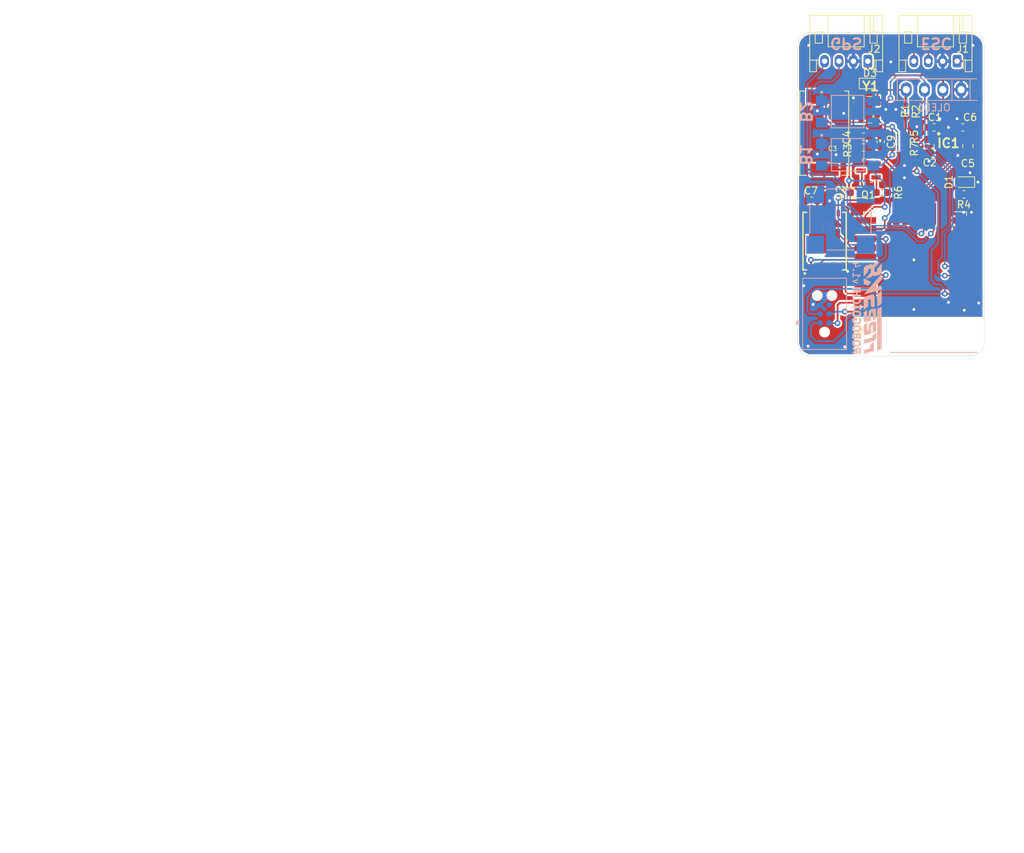
<source format=kicad_pcb>
(kicad_pcb (version 20171130) (host pcbnew "(5.1.5)-3")
  (layers (0 F.Cu signal) (31 B.Cu signal) (34 B.Paste user) (35 F.Paste user) (36 B.SilkS user) (37 F.SilkS user) (38 B.Mask user) (39 F.Mask user) (44 Edge.Cuts user))
  (net 0 "")
  (net 1 GND)
  (net 2 +3V3)
  (net 3 "Net-(D1-Pad2)")
  (net 4 /SDA)
  (net 5 /SCL)
  (net 6 /P0.09)
  (net 7 +5V)
  (net 8 /VBACKUP)
  (net 9 /GPS-TX)
  (net 10 /GPS-RX)
  (net 11 /RST)
  (net 12 /SWCLK)
  (net 13 /SWDIO)
  (net 14 /P0.10)
  (net 15 /P0.20)
  (net 16 /P0.19)
  (net 17 /P0.23)
  (net 18 /P0.17)
  (net 19 /P0.22)
  (net 20 /P0.21)
  (net 21 "Net-(C3-Pad1)")
  (net 22 "Net-(D2-Pad2)")
  (net 23 /ESC-TX)
  (net 24 /ESC-RX)
  (net 25 /P0.08)
  (net 26 "Net-(Q1-Pad2)")
  (net 27 /P0.05)
  (net 28 "Net-(D3-Pad1)")
  (module Freesk8-receiver:SOT-23-3-R (layer F.Cu) (at 135.8 100.3 180)
    (fp_text reference Q1 (at 0.025 -3.375) (layer F.SilkS))
    (fp_text value 2SD1484KT146R)
    (pad 1 smd rect (at -1.05 0.95 180) (size 1.3 0.6) (layers F.Cu F.Paste F.Mask) (net 1 GND))
    (pad 2 smd rect (at -1.05 -0.95 180) (size 1.3 0.6) (layers F.Cu F.Paste F.Mask) (net 26 "Net-(Q1-Pad2)"))
    (pad 3 smd rect (at 1.05 0 180) (size 1.3 0.6) (layers F.Cu F.Paste F.Mask) (net 22 "Net-(D2-Pad2)"))
  )
  (module Freesk8-receiver:FreeSK8-Logo-14x3.5mm (layer B.Cu) (at 136.5 119.4 90)
    (fp_text reference G*** hide)
    (fp_text value LOGO hide)
  )
  (module Freesk8-receiver:OLED-0.9 (layer B.Cu) (at 144.85 89.05 180)
    (fp_text reference OLED1 (at 0 -2.5 180) (layer B.SilkS) (effects (justify mirror)))
    (fp_text value OLED-0.91)
    (pad 4 thru_hole oval (at 3.81 0 180) (size 1.5 2) (drill 1) (layers *.Cu *.Mask) (net 4 /SDA))
    (pad 3 thru_hole oval (at 1.27 0 180) (size 1.5 2) (drill 1) (layers *.Cu *.Mask) (net 5 /SCL))
    (pad 2 thru_hole oval (at -1.27 0 180) (size 1.5 2) (drill 1) (layers *.Cu *.Mask) (net 2 +3V3))
    (pad 1 thru_hole oval (at -3.81 0 180) (size 1.5 2) (drill 1) (layers *.Cu *.Mask) (net 1 GND))
  )
  (module Capacitor_SMD:C_0603_1608Metric (layer F.Cu) (at 127.9 104.5)
    (fp_text reference C7 (at -0.1 -1.4) (layer F.SilkS))
    (fp_text value 0.1uF)
    (pad 2 smd roundrect (at 0.7875 0) (size 0.875 0.95) (layers F.Cu F.Paste F.Mask) (net 1 GND))
    (pad 1 smd roundrect (at -0.7875 0) (size 0.875 0.95) (layers F.Cu F.Paste F.Mask) (net 2 +3V3))
  )
  (module TC2030-CTX:TAG_TC2030-IDC-NL (layer B.Cu) (at 129.7 120.2 90)
    (fp_text reference J3 (at -1.908485 4.453145 270) (layer B.SilkS) (effects (font (size 1.001835 1.001835) (thickness 0.015)) (justify mirror)))
    (fp_text value TC2030-CTX)
    (pad 6 smd circle (at 1.27 0.635 90) (size 0.787 0.787) (layers B.Cu B.Mask))
    (pad 5 smd circle (at 1.27 -0.635 90) (size 0.787 0.787) (layers B.Cu B.Mask) (net 1 GND))
    (pad 4 smd circle (at 0 0.635 90) (size 0.787 0.787) (layers B.Cu B.Mask) (net 12 /SWCLK))
    (pad 3 smd circle (at 0 -0.635 90) (size 0.787 0.787) (layers B.Cu B.Mask) (net 11 /RST))
    (pad 2 smd circle (at -1.27 0.635 90) (size 0.787 0.787) (layers B.Cu B.Mask) (net 13 /SWDIO))
    (pad 1 smd circle (at -1.27 -0.635 90) (size 0.787 0.787) (layers B.Cu B.Mask) (net 2 +3V3))
    (pad None np_thru_hole circle (at 2.54 -1.016 90) (size 0.991 0.991) (drill 0.991) (layers *.Cu *.Mask))
    (pad None np_thru_hole circle (at 2.54 1.016 90) (size 0.991 0.991) (drill 0.991) (layers *.Cu *.Mask))
    (pad None np_thru_hole circle (at -2.54 0 90) (size 0.991 0.991) (drill 0.991) (layers *.Cu *.Mask))
  )
  (module TL3305AF260QG:SW_TL3305AF260QG (layer B.Cu) (at 132.9 98.1 270)
    (fp_text reference S2 (at -0.025 -0.175 90) (layer B.SilkS) (effects (font (size 0.8 0.8) (thickness 0.015)) (justify mirror)))
    (fp_text value TL3315NF160Q)
    (pad 4 smd rect (at 1.5 -3.6 270) (size 1.4 1.6) (layers B.Cu B.Paste B.Mask) (net 6 /P0.09))
    (pad 3 smd rect (at 1.5 3.6 270) (size 1.4 1.6) (layers B.Cu B.Paste B.Mask) (net 6 /P0.09))
    (pad 2 smd rect (at -1.5 -3.6 270) (size 1.4 1.6) (layers B.Cu B.Paste B.Mask) (net 1 GND))
    (pad 1 smd rect (at -1.5 3.6 270) (size 1.4 1.6) (layers B.Cu B.Paste B.Mask) (net 1 GND))
  )
  (module DSK-3R3H224U-HL:CAP_DSK-3R3H224U-HL (layer F.Cu) (at 129.65 95.1)
    (fp_text reference C3 (at 1.15 2.15) (layer F.SilkS) (effects (font (size 0.641479 0.641479) (thickness 0.1))))
    (fp_text value DSK-3R3H224U-HL)
    (fp_text user + (at 4.17451 -4.37661) (layer F.SilkS) (effects (font (size 1.007717 1.007717) (thickness 0.015))))
    (pad 2 smd rect (at 0 5.075) (size 4 1.7) (layers F.Cu F.Paste F.Mask) (net 1 GND))
    (pad 1 smd rect (at 0 -5.075) (size 5 2) (layers F.Cu F.Paste F.Mask) (net 21 "Net-(C3-Pad1)"))
  )
  (module Capacitor_SMD:C_0603_1608Metric (layer F.Cu) (at 137.5 96.3 270)
    (fp_text reference C9 (at 0 -1.43 90) (layer F.SilkS))
    (fp_text value 0.1uF)
    (pad 2 smd roundrect (at 0.7875 0 270) (size 0.875 0.95) (layers F.Cu F.Paste F.Mask) (net 1 GND))
    (pad 1 smd roundrect (at -0.7875 0 270) (size 0.875 0.95) (layers F.Cu F.Paste F.Mask) (net 2 +3V3))
  )
  (module SamacSys_Parts:ABRTCMC32768kHzEOZ9S3DBT (layer F.Cu) (at 135.9 91.85 90)
    (fp_text reference Y1 (at 3.25 0.2 180) (layer F.SilkS) (effects (font (size 1.27 1.27) (thickness 0.254))))
    (fp_text value RV-3129-C3 hide)
    (pad 10 smd rect (at -1.6 -1.1 90) (size 0.5 0.8) (layers F.Cu F.Paste F.Mask))
    (pad 9 smd rect (at -0.8 -1.1 90) (size 0.5 0.8) (layers F.Cu F.Paste F.Mask) (net 8 /VBACKUP))
    (pad 8 smd rect (at 0 -1.1 90) (size 0.5 0.8) (layers F.Cu F.Paste F.Mask))
    (pad 7 smd rect (at 0.8 -1.1 90) (size 0.5 0.8) (layers F.Cu F.Paste F.Mask))
    (pad 6 smd rect (at 1.6 -1.1 90) (size 0.5 0.8) (layers F.Cu F.Paste F.Mask) (net 1 GND))
    (pad 5 smd rect (at 1.6 1.1 90) (size 0.5 0.8) (layers F.Cu F.Paste F.Mask) (net 4 /SDA))
    (pad 4 smd rect (at 0.8 1.1 90) (size 0.5 0.8) (layers F.Cu F.Paste F.Mask) (net 5 /SCL))
    (pad 3 smd rect (at 0 1.1 90) (size 0.5 0.8) (layers F.Cu F.Paste F.Mask))
    (pad 2 smd rect (at -0.8 1.1 90) (size 0.5 0.8) (layers F.Cu F.Paste F.Mask) (net 2 +3V3))
    (pad 1 smd rect (at -1.6 1.1 90) (size 0.5 0.8) (layers F.Cu F.Paste F.Mask))
  )
  (module Connector_JST:JST_PH_S4B-PH-K_1x04_P2.00mm_Horizontal (layer F.Cu) (at 135.7 85.1 180)
    (fp_text reference J2 (at -0.9 1.7) (layer F.SilkS))
    (fp_text value S4B-PH-K-SLFSN)
    (pad 4 thru_hole oval (at 6 0 180) (size 1.2 1.75) (drill 0.75) (layers *.Cu *.Mask) (net 9 /GPS-TX))
    (pad 3 thru_hole oval (at 4 0 180) (size 1.2 1.75) (drill 0.75) (layers *.Cu *.Mask) (net 10 /GPS-RX))
    (pad 2 thru_hole oval (at 2 0 180) (size 1.2 1.75) (drill 0.75) (layers *.Cu *.Mask) (net 1 GND))
    (pad 1 thru_hole roundrect (at 0 0 180) (size 1.2 1.75) (drill 0.75) (layers *.Cu *.Mask) (roundrect_rratio 0.208333) (net 28 "Net-(D3-Pad1)"))
  )
  (module Connector_JST:JST_PH_S4B-PH-K_1x04_P2.00mm_Horizontal (layer F.Cu) (at 148.1 85.1 180)
    (fp_text reference J1 (at -0.8 1.7) (layer F.SilkS))
    (fp_text value S4B-PH-K-SLFSN)
    (pad 4 thru_hole oval (at 6 0 180) (size 1.2 1.75) (drill 0.75) (layers *.Cu *.Mask) (net 23 /ESC-TX))
    (pad 3 thru_hole oval (at 4 0 180) (size 1.2 1.75) (drill 0.75) (layers *.Cu *.Mask) (net 24 /ESC-RX))
    (pad 2 thru_hole oval (at 2 0 180) (size 1.2 1.75) (drill 0.75) (layers *.Cu *.Mask) (net 1 GND))
    (pad 1 thru_hole roundrect (at 0 0 180) (size 1.2 1.75) (drill 0.75) (layers *.Cu *.Mask) (roundrect_rratio 0.208333) (net 7 +5V))
  )
  (module Capacitor_SMD:C_0805_2012Metric (layer F.Cu) (at 149.6 96.9 270)
    (fp_text reference C5 (at 2.4 0 180) (layer F.SilkS))
    (fp_text value 10uF)
    (pad 2 smd roundrect (at 0.9375 0 270) (size 0.975 1.4) (layers F.Cu F.Paste F.Mask) (net 1 GND))
    (pad 1 smd roundrect (at -0.9375 0 270) (size 0.975 1.4) (layers F.Cu F.Paste F.Mask) (net 7 +5V))
  )
  (module Capacitor_SMD:C_0805_2012Metric (layer F.Cu) (at 144.2 96.9 270)
    (fp_text reference C2 (at 2.3 -0.1 180) (layer F.SilkS))
    (fp_text value 10uF)
    (pad 2 smd roundrect (at 0.9375 0 270) (size 0.975 1.4) (layers F.Cu F.Paste F.Mask) (net 1 GND))
    (pad 1 smd roundrect (at -0.9375 0 270) (size 0.975 1.4) (layers F.Cu F.Paste F.Mask) (net 2 +3V3))
  )
  (module Capacitor_SMD:C_0603_1608Metric (layer F.Cu) (at 135.1 95.6 180)
    (fp_text reference C4 (at 2.3 -0.1 90) (layer F.SilkS))
    (fp_text value 10000pF)
    (pad 2 smd roundrect (at 0.7875 0 180) (size 0.875 0.95) (layers F.Cu F.Paste F.Mask) (net 1 GND))
    (pad 1 smd roundrect (at -0.7875 0 180) (size 0.875 0.95) (layers F.Cu F.Paste F.Mask) (net 8 /VBACKUP))
  )
  (module CMT-8503-90-SMT-TR:XDCR_CMT-8503-90-SMT-TR (layer B.Cu) (at 131.9 107.1 180)
    (fp_text reference LS1 (at 1.5 -0.9) (layer B.SilkS) (effects (font (thickness 0.015)) (justify mirror)))
    (fp_text value CMT-8503-90-SMT-TR)
    (pad N smd rect (at -3.5 -3.5 180) (size 2.5 2.5) (layers B.Cu B.Paste B.Mask) (net 22 "Net-(D2-Pad2)"))
    (pad 2 smd rect (at 3.5 -3.5 180) (size 2.5 2.5) (layers B.Cu B.Paste B.Mask))
    (pad 1 smd rect (at 3.5 3.5 180) (size 2.5 2.5) (layers B.Cu B.Paste B.Mask))
    (pad P smd rect (at -3.5 3.5 180) (size 2.5 2.5) (layers B.Cu B.Paste B.Mask) (net 2 +3V3))
  )
  (module Resistor_SMD:R_0603_1608Metric (layer F.Cu) (at 137.7 103.35)
    (fp_text reference R6 (at 2.25 0 270) (layer F.SilkS))
    (fp_text value 180r)
    (pad 2 smd roundrect (at 0.7875 0) (size 0.875 0.95) (layers F.Cu F.Paste F.Mask) (net 25 /P0.08))
    (pad 1 smd roundrect (at -0.7875 0) (size 0.875 0.95) (layers F.Cu F.Paste F.Mask) (net 26 "Net-(Q1-Pad2)"))
  )
  (module Diode_SMD:D_0603_1608Metric (layer F.Cu) (at 134.1 103.35)
    (fp_text reference D2 (at -2.25 0 270) (layer F.SilkS))
    (fp_text value SD0603S040S0R2)
    (pad 2 smd roundrect (at 0.7875 0) (size 0.875 0.95) (layers F.Cu F.Paste F.Mask) (net 22 "Net-(D2-Pad2)"))
    (pad 1 smd roundrect (at -0.7875 0) (size 0.875 0.95) (layers F.Cu F.Paste F.Mask) (net 2 +3V3))
  )
  (module LED_SMD:LED_0603_1608Metric (layer F.Cu) (at 149.05 101.9 180)
    (fp_text reference D1 (at 2.1 0 90) (layer F.SilkS))
    (fp_text value LED)
    (pad 2 smd roundrect (at 0.7875 0 180) (size 0.875 0.95) (layers F.Cu F.Paste F.Mask) (net 3 "Net-(D1-Pad2)"))
    (pad 1 smd roundrect (at -0.7875 0 180) (size 0.875 0.95) (layers F.Cu F.Paste F.Mask) (net 1 GND))
  )
  (module Resistor_SMD:R_0603_1608Metric (layer F.Cu) (at 149.05 103.6 180)
    (fp_text reference R4 (at 0 -1.43) (layer F.SilkS))
    (fp_text value 1k)
    (pad 2 smd roundrect (at 0.7875 0 180) (size 0.875 0.95) (layers F.Cu F.Paste F.Mask) (net 3 "Net-(D1-Pad2)"))
    (pad 1 smd roundrect (at -0.7875 0 180) (size 0.875 0.95) (layers F.Cu F.Paste F.Mask) (net 27 /P0.05))
  )
  (module W25N01GVZEIG_TR:SON127P800X600X80-9N (layer F.Cu) (at 129.7 110.1 90)
    (fp_text reference U2 (at 5.65 2.75 90) (layer F.SilkS) (effects (font (size 1.001787 1.001787) (thickness 0.015))))
    (fp_text value MX25L25645GZ2I-08G)
    (pad 9 smd rect (at 0 0 90) (size 3.4 4.3) (layers F.Cu F.Mask))
    (pad 8 smd rect (at 3.895 -1.905 90) (size 0.94 0.44) (layers F.Cu F.Paste F.Mask) (net 2 +3V3))
    (pad 5 smd rect (at 3.895 1.905 90) (size 0.94 0.44) (layers F.Cu F.Paste F.Mask) (net 15 /P0.20))
    (pad 6 smd rect (at 3.895 0.635 90) (size 0.94 0.44) (layers F.Cu F.Paste F.Mask) (net 16 /P0.19))
    (pad 7 smd rect (at 3.895 -0.635 90) (size 0.94 0.44) (layers F.Cu F.Paste F.Mask) (net 17 /P0.23))
    (pad 1 smd rect (at -3.895 -1.905 90) (size 0.94 0.44) (layers F.Cu F.Paste F.Mask) (net 18 /P0.17))
    (pad 4 smd rect (at -3.895 1.905 90) (size 0.94 0.44) (layers F.Cu F.Paste F.Mask) (net 1 GND))
    (pad 3 smd rect (at -3.895 0.635 90) (size 0.94 0.44) (layers F.Cu F.Paste F.Mask) (net 19 /P0.22))
    (pad 2 smd rect (at -3.895 -0.635 90) (size 0.94 0.44) (layers F.Cu F.Paste F.Mask) (net 20 /P0.21))
  )
  (module Resistor_SMD:R_0603_1608Metric (layer F.Cu) (at 139.9 97.1 180)
    (fp_text reference R7 (at -2.25 -0.25 270) (layer F.SilkS))
    (fp_text value 10k)
    (pad 2 smd roundrect (at 0.7875 0 180) (size 0.875 0.95) (layers F.Cu F.Paste F.Mask) (net 6 /P0.09))
    (pad 1 smd roundrect (at -0.7875 0 180) (size 0.875 0.95) (layers F.Cu F.Paste F.Mask) (net 2 +3V3))
  )
  (module Capacitor_SMD:C_0603_1608Metric (layer F.Cu) (at 144.9 94.3)
    (fp_text reference C1 (at 0.1 -1.4) (layer F.SilkS))
    (fp_text value 1.0uF)
    (pad 2 smd roundrect (at 0.7875 0) (size 0.875 0.95) (layers F.Cu F.Paste F.Mask) (net 1 GND))
    (pad 1 smd roundrect (at -0.7875 0) (size 0.875 0.95) (layers F.Cu F.Paste F.Mask) (net 2 +3V3))
  )
  (module Capacitor_SMD:C_0603_1608Metric (layer F.Cu) (at 148.9 94.3 180)
    (fp_text reference C6 (at -1 1.4) (layer F.SilkS))
    (fp_text value 1.0uF)
    (pad 2 smd roundrect (at 0.7875 0 180) (size 0.875 0.95) (layers F.Cu F.Paste F.Mask) (net 1 GND))
    (pad 1 smd roundrect (at -0.7875 0 180) (size 0.875 0.95) (layers F.Cu F.Paste F.Mask) (net 7 +5V))
  )
  (module Resistor_SMD:R_0603_1608Metric (layer F.Cu) (at 140.9 92.1 90)
    (fp_text reference R1 (at 0.1 0 90) (layer F.SilkS))
    (fp_text value 10k)
    (pad 2 smd roundrect (at 0.7875 0 90) (size 0.875 0.95) (layers F.Cu F.Paste F.Mask) (net 4 /SDA))
    (pad 1 smd roundrect (at -0.7875 0 90) (size 0.875 0.95) (layers F.Cu F.Paste F.Mask) (net 2 +3V3))
  )
  (module Resistor_SMD:R_0603_1608Metric (layer F.Cu) (at 142.4 92.1 90)
    (fp_text reference R2 (at 0 0 90) (layer F.SilkS))
    (fp_text value 10k)
    (pad 2 smd roundrect (at 0.7875 0 90) (size 0.875 0.95) (layers F.Cu F.Paste F.Mask) (net 5 /SCL))
    (pad 1 smd roundrect (at -0.7875 0 90) (size 0.875 0.95) (layers F.Cu F.Paste F.Mask) (net 2 +3V3))
  )
  (module Resistor_SMD:R_0603_1608Metric (layer F.Cu) (at 135.0875 97.1 180)
    (fp_text reference R3 (at 2.1875 -0.4 90) (layer F.SilkS))
    (fp_text value 470r)
    (pad 2 smd roundrect (at 0.7875 0 180) (size 0.875 0.95) (layers F.Cu F.Paste F.Mask) (net 21 "Net-(C3-Pad1)"))
    (pad 1 smd roundrect (at -0.7875 0 180) (size 0.875 0.95) (layers F.Cu F.Paste F.Mask) (net 8 /VBACKUP))
  )
  (module SamacSys_Parts:SON65P200X200X80-7N (layer F.Cu) (at 146.9 96.5)
    (fp_text reference IC1 (at 0 0) (layer F.SilkS) (effects (font (size 1.27 1.27) (thickness 0.254))))
    (fp_text value LP5912-3.3DRVR hide)
    (pad 7 smd rect (at 0 0) (size 1.1 1.7) (layers F.Cu F.Paste F.Mask) (net 1 GND))
    (pad 6 smd rect (at 1.05 -0.65 90) (size 0.35 0.6) (layers F.Cu F.Paste F.Mask) (net 7 +5V))
    (pad 5 smd rect (at 1.05 0 90) (size 0.35 0.6) (layers F.Cu F.Paste F.Mask) (net 1 GND))
    (pad 4 smd rect (at 1.05 0.65 90) (size 0.35 0.6) (layers F.Cu F.Paste F.Mask) (net 7 +5V))
    (pad 3 smd rect (at -1.05 0.65 90) (size 0.35 0.6) (layers F.Cu F.Paste F.Mask))
    (pad 2 smd rect (at -1.05 0 90) (size 0.35 0.6) (layers F.Cu F.Paste F.Mask))
    (pad 1 smd rect (at -1.05 -0.65 90) (size 0.35 0.6) (layers F.Cu F.Paste F.Mask) (net 2 +3V3))
  )
  (module Resistor_SMD:R_0603_1608Metric (layer F.Cu) (at 139.9 95.6 180)
    (fp_text reference R5 (at -2.25 0 90) (layer F.SilkS))
    (fp_text value 10k)
    (pad 2 smd roundrect (at 0.7875 0 180) (size 0.875 0.95) (layers F.Cu F.Paste F.Mask) (net 14 /P0.10))
    (pad 1 smd roundrect (at -0.7875 0 180) (size 0.875 0.95) (layers F.Cu F.Paste F.Mask) (net 2 +3V3))
  )
  (module TL3305AF260QG:SW_TL3305AF260QG (layer B.Cu) (at 132.9 92.1 270)
    (fp_text reference S1 (at 0.16155 -0.225 90) (layer B.SilkS) (effects (font (size 0.8 0.8) (thickness 0.015)) (justify mirror)))
    (fp_text value TL3315NF160Q)
    (pad 4 smd rect (at 1.5 -3.6 270) (size 1.4 1.6) (layers B.Cu B.Paste B.Mask) (net 14 /P0.10))
    (pad 3 smd rect (at 1.5 3.6 270) (size 1.4 1.6) (layers B.Cu B.Paste B.Mask) (net 14 /P0.10))
    (pad 2 smd rect (at -1.5 -3.6 270) (size 1.4 1.6) (layers B.Cu B.Paste B.Mask) (net 1 GND))
    (pad 1 smd rect (at -1.5 3.6 270) (size 1.4 1.6) (layers B.Cu B.Paste B.Mask) (net 1 GND))
  )
  (module Diode_SMD:D_0603_1608Metric (layer F.Cu) (at 136 88.2)
    (fp_text reference D3 (at 0 -1.43) (layer F.SilkS))
    (fp_text value SD0603S040S0R2)
    (pad 2 smd roundrect (at 0.7875 0) (size 0.875 0.95) (layers F.Cu F.Paste F.Mask) (net 2 +3V3))
    (pad 1 smd roundrect (at -0.7875 0) (size 0.875 0.95) (layers F.Cu F.Paste F.Mask) (net 28 "Net-(D3-Pad1)"))
  )
  (module skb501:SKB501_RF_Module (layer F.Cu) (at 142.2 112.6 180)
    (fp_text reference U1 (at 7.1 -10 180) (layer F.SilkS))
    (fp_text value SKB501)
    (pad 13 smd rect (at 0 6.275 270) (size 3 0.9) (layers F.Cu F.Paste F.Mask) (net 23 /ESC-TX))
    (pad 10 smd rect (at -6.85 5.375 180) (size 3 0.9) (layers F.Cu F.Paste F.Mask) (net 1 GND))
    (pad 9 smd rect (at -6.85 4.105 180) (size 3 0.9) (layers F.Cu F.Paste F.Mask))
    (pad 8 smd rect (at -6.85 2.835 180) (size 3 0.9) (layers F.Cu F.Paste F.Mask))
    (pad 7 smd rect (at -6.85 1.565 180) (size 3 0.9) (layers F.Cu F.Paste F.Mask))
    (pad 6 smd rect (at -6.85 0.295 180) (size 3 0.9) (layers F.Cu F.Paste F.Mask))
    (pad 5 smd rect (at -6.85 -0.975 180) (size 3 0.9) (layers F.Cu F.Paste F.Mask) (net 5 /SCL))
    (pad 4 smd rect (at -6.85 -2.245 180) (size 3 0.9) (layers F.Cu F.Paste F.Mask) (net 4 /SDA))
    (pad 3 smd rect (at -6.85 -3.515 180) (size 3 0.9) (layers F.Cu F.Paste F.Mask) (net 27 /P0.05))
    (pad 2 smd rect (at -6.85 -4.785 180) (size 3 0.9) (layers F.Cu F.Paste F.Mask) (net 2 +3V3))
    (pad 1 smd rect (at -6.85 -6.055 180) (size 3 0.9) (layers F.Cu F.Paste F.Mask) (net 1 GND))
    (pad 14 smd rect (at 1.27 6.275 270) (size 3 0.9) (layers F.Cu F.Paste F.Mask) (net 24 /ESC-RX))
    (pad 15 smd rect (at 2.54 6.275 270) (size 3 0.9) (layers F.Cu F.Paste F.Mask) (net 25 /P0.08))
    (pad 12 smd rect (at -1.27 6.275 270) (size 3 0.9) (layers F.Cu F.Paste F.Mask) (net 10 /GPS-RX))
    (pad 11 smd rect (at -2.54 6.275 270) (size 3 0.9) (layers F.Cu F.Paste F.Mask) (net 9 /GPS-TX))
    (pad 16 smd rect (at 6.85 5.375 180) (size 3 0.9) (layers F.Cu F.Paste F.Mask) (net 6 /P0.09))
    (pad 17 smd rect (at 6.85 4.105 180) (size 3 0.9) (layers F.Cu F.Paste F.Mask) (net 14 /P0.10))
    (pad 18 smd rect (at 6.85 2.835 180) (size 3 0.9) (layers F.Cu F.Paste F.Mask) (net 18 /P0.17))
    (pad 19 smd rect (at 6.85 1.565 180) (size 3 0.9) (layers F.Cu F.Paste F.Mask) (net 16 /P0.19))
    (pad 20 smd rect (at 6.85 0.295 180) (size 3 0.9) (layers F.Cu F.Paste F.Mask) (net 15 /P0.20))
    (pad 21 smd rect (at 6.85 -0.975 180) (size 3 0.9) (layers F.Cu F.Paste F.Mask) (net 20 /P0.21))
    (pad 22 smd rect (at 6.85 -2.245 180) (size 3 0.9) (layers F.Cu F.Paste F.Mask) (net 11 /RST))
    (pad 23 smd rect (at 6.85 -3.515 180) (size 3 0.9) (layers F.Cu F.Paste F.Mask) (net 19 /P0.22))
    (pad 24 smd rect (at 6.85 -4.785 180) (size 3 0.9) (layers F.Cu F.Paste F.Mask) (net 17 /P0.23))
    (pad 25 smd rect (at 6.85 -6.055 180) (size 3 0.9) (layers F.Cu F.Paste F.Mask) (net 13 /SWDIO))
    (pad 26 smd rect (at 6.85 -7.325 180) (size 3 0.9) (layers F.Cu F.Paste F.Mask) (net 12 /SWCLK))
  )
  (gr_text "B2\n" (at 127.1 92.125 270) (layer B.SilkS) (effects (font (size 1.5 1.5) (thickness 0.3)) (justify mirror)))
  (gr_text B1 (at 127.075 98.1 270) (layer B.SilkS) (effects (font (size 1.5 1.5) (thickness 0.3)) (justify mirror)))
  (gr_text GPS (at 132.7 82.6 180) (layer B.SilkS) (effects (font (size 1.5 1.5) (thickness 0.3)) (justify mirror)))
  (gr_text ESC (at 145.2 82.6 180) (layer B.SilkS) (effects (font (size 1.5 1.5) (thickness 0.3)) (justify mirror)))
  (gr_line (start 127.9 81.1) (end 149.9 81.1) (layer Edge.Cuts) (width 0.05))
  (gr_line (start 127.9 126.1) (end 149.9 126.1) (layer Edge.Cuts) (width 0.05))
  (gr_line (start 125.9 124.1) (end 125.9 83.1) (layer Edge.Cuts) (width 0.05))
  (gr_line (start 151.9 83.1) (end 151.9 124.1) (layer Edge.Cuts) (width 0.05))
  (gr_arc (start 149.9 124.1) (end 149.9 126.1) (angle -90) (layer Edge.Cuts) (width 0.05))
  (gr_arc (start 127.9 124.1) (end 125.9 124.1) (angle -90) (layer Edge.Cuts) (width 0.05))
  (gr_arc (start 127.9 83.1) (end 127.9 81.1) (angle -90) (layer Edge.Cuts) (width 0.05))
  (gr_arc (start 149.9 83.1) (end 151.9 83.1) (angle -90) (layer Edge.Cuts) (width 0.05))
  (gr_text ROBOGOTCHI (at 134.1 121.1 270) (layer B.SilkS) (effects (font (size 1 1) (thickness 0.25)) (justify mirror)))
  (gr_text v1.4 (at 134.1 114.5 270) (layer B.SilkS) (effects (font (size 1 1)) (justify mirror)))
  (via (at 146.9 96.5) (size 0.6) (drill 0.3) (layers F.Cu B.Cu) (net 1))
  (segment (start 147.95 96.5) (end 146.9 96.5) (width 0.25) (layer F.Cu) (net 1))
  (via (at 132.9 114.3) (size 0.8) (drill 0.4) (layers F.Cu B.Cu) (net 1))
  (via (at 130.4 104.5) (size 0.8) (drill 0.4) (layers F.Cu B.Cu) (net 1))
  (via (at 132.35 92.35) (size 0.8) (drill 0.4) (layers F.Cu B.Cu) (net 1))
  (via (at 131.3 98.1) (size 0.8) (drill 0.4) (layers F.Cu B.Cu) (net 1))
  (via (at 140.8 101.3) (size 0.8) (drill 0.4) (layers F.Cu B.Cu) (net 1))
  (via (at 142.1 112.7) (size 0.8) (drill 0.4) (layers F.Cu B.Cu) (net 1))
  (via (at 128.1 118.9) (size 0.8) (drill 0.4) (layers F.Cu B.Cu) (net 1))
  (segment (start 129.035 118.9) (end 129.065 118.93) (width 0.25) (layer B.Cu) (net 1))
  (segment (start 128.1 118.9) (end 129.035 118.9) (width 0.25) (layer B.Cu) (net 1))
  (segment (start 128.6875 104.5) (end 130.4 104.5) (width 0.25) (layer F.Cu) (net 1))
  (via (at 126.8 116.3) (size 0.8) (drill 0.4) (layers F.Cu B.Cu) (net 1))
  (via (at 127.4 124.7) (size 0.8) (drill 0.4) (layers F.Cu B.Cu) (net 1))
  (via (at 132.5 124.8) (size 0.8) (drill 0.4) (layers F.Cu B.Cu) (net 1))
  (via (at 146.9 94.3) (size 0.8) (drill 0.4) (layers F.Cu B.Cu) (net 1))
  (via (at 146.9 118.6) (size 0.8) (drill 0.4) (layers F.Cu B.Cu) (net 1))
  (via (at 151.1 118.7) (size 0.8) (drill 0.4) (layers F.Cu B.Cu) (net 1))
  (via (at 149.1 119.7) (size 0.8) (drill 0.4) (layers F.Cu B.Cu) (net 1))
  (via (at 149 106.1) (size 0.8) (drill 0.4) (layers F.Cu B.Cu) (net 1))
  (via (at 150.1 106.1) (size 0.8) (drill 0.4) (layers F.Cu B.Cu) (net 1))
  (via (at 149.9 100.6) (size 0.8) (drill 0.4) (layers F.Cu B.Cu) (net 1))
  (via (at 148.2 98.2) (size 0.8) (drill 0.4) (layers F.Cu B.Cu) (net 1))
  (via (at 144.2 99) (size 0.8) (drill 0.4) (layers F.Cu B.Cu) (net 1))
  (via (at 145.7 93.1) (size 0.8) (drill 0.4) (layers F.Cu B.Cu) (net 1))
  (via (at 148.1 93.1) (size 0.8) (drill 0.4) (layers F.Cu B.Cu) (net 1))
  (via (at 133.7 90.2) (size 0.8) (drill 0.4) (layers F.Cu B.Cu) (net 1))
  (via (at 128.7 92) (size 0.8) (drill 0.4) (layers F.Cu B.Cu) (net 1))
  (via (at 128.7 98) (size 0.8) (drill 0.4) (layers F.Cu B.Cu) (net 1))
  (via (at 127.5 82.9) (size 0.8) (drill 0.4) (layers F.Cu B.Cu) (net 1))
  (via (at 150.3 82.9) (size 0.8) (drill 0.4) (layers F.Cu B.Cu) (net 1))
  (via (at 138.9 85.2) (size 0.8) (drill 0.4) (layers F.Cu B.Cu) (net 1))
  (via (at 142.1 119.6) (size 0.8) (drill 0.4) (layers F.Cu B.Cu) (net 1))
  (via (at 142.5 94.2) (size 0.8) (drill 0.4) (layers F.Cu B.Cu) (net 1))
  (via (at 140.8 99.6) (size 0.8) (drill 0.4) (layers F.Cu B.Cu) (net 1))
  (via (at 138.2 91.8) (size 0.8) (drill 0.4) (layers F.Cu B.Cu) (net 1))
  (via (at 139.6 91.8) (size 0.8) (drill 0.4) (layers F.Cu B.Cu) (net 1))
  (via (at 151 101.9) (size 0.8) (drill 0.4) (layers F.Cu B.Cu) (net 1))
  (segment (start 127.8125 105.8875) (end 127.795 105.905) (width 0.2) (layer F.Cu) (net 2))
  (segment (start 142.875 92.8875) (end 142.4 92.8875) (width 0.25) (layer F.Cu) (net 2))
  (segment (start 143.6325 92.8875) (end 142.875 92.8875) (width 0.25) (layer F.Cu) (net 2))
  (segment (start 140.9 92.8875) (end 142.4 92.8875) (width 0.25) (layer F.Cu) (net 2))
  (segment (start 144.1125 93.3125) (end 143.7 92.9) (width 0.25) (layer F.Cu) (net 2))
  (segment (start 144.1125 94.3) (end 144.1125 93.3125) (width 0.25) (layer F.Cu) (net 2))
  (segment (start 143.7 92.9) (end 143.6325 92.8875) (width 0.25) (layer F.Cu) (net 2))
  (segment (start 140.9 95.3875) (end 140.6875 95.6) (width 0.25) (layer F.Cu) (net 2))
  (segment (start 140.9 92.8875) (end 140.9 95.3875) (width 0.25) (layer F.Cu) (net 2))
  (segment (start 140.6875 97.1) (end 140.6875 95.6) (width 0.25) (layer F.Cu) (net 2))
  (segment (start 137.4 95.6125) (end 137.4 95.175) (width 0.2) (layer F.Cu) (net 2))
  (segment (start 144.1125 95.875) (end 144.2 95.9625) (width 0.25) (layer F.Cu) (net 2))
  (segment (start 144.1125 94.3) (end 144.1125 95.875) (width 0.25) (layer F.Cu) (net 2))
  (segment (start 144.3125 95.85) (end 144.2 95.9625) (width 0.25) (layer F.Cu) (net 2))
  (segment (start 145.85 95.85) (end 144.3125 95.85) (width 0.25) (layer F.Cu) (net 2))
  (segment (start 127.1125 105.5225) (end 127.795 106.205) (width 0.25) (layer F.Cu) (net 2))
  (segment (start 127.1125 104.5) (end 127.1125 105.5225) (width 0.25) (layer F.Cu) (net 2))
  (via (at 146.4 117.4) (size 0.8) (drill 0.4) (layers F.Cu B.Cu) (net 2))
  (segment (start 136.3 117.4) (end 132.6 121.1) (width 0.25) (layer B.Cu) (net 2))
  (segment (start 132.875 103.35) (end 132.325 102.8) (width 0.25) (layer F.Cu) (net 2))
  (segment (start 133.3125 103.35) (end 132.875 103.35) (width 0.25) (layer F.Cu) (net 2))
  (segment (start 132.325 102.8) (end 127.7 102.8) (width 0.25) (layer F.Cu) (net 2))
  (segment (start 127.1125 103.3875) (end 127.1125 104.5) (width 0.25) (layer F.Cu) (net 2))
  (segment (start 127.7 102.8) (end 127.1125 103.3875) (width 0.25) (layer F.Cu) (net 2))
  (segment (start 149.035 117.4) (end 149.05 117.385) (width 0.25) (layer F.Cu) (net 2))
  (segment (start 146.4 117.4) (end 149.035 117.4) (width 0.25) (layer F.Cu) (net 2))
  (segment (start 146.4 117.4) (end 136.3 117.4) (width 0.25) (layer B.Cu) (net 2))
  (segment (start 133.3125 102.875) (end 133.1 102.6625) (width 0.25) (layer F.Cu) (net 2))
  (segment (start 133.3125 103.35) (end 133.3125 102.875) (width 0.25) (layer F.Cu) (net 2))
  (via (at 133.1 101.7) (size 0.8) (drill 0.4) (layers F.Cu B.Cu) (net 2))
  (segment (start 133.1 102.6625) (end 133.1 101.7) (width 0.25) (layer F.Cu) (net 2))
  (segment (start 133.1 101.7) (end 135.1 101.7) (width 0.25) (layer B.Cu) (net 2))
  (segment (start 135.4 102) (end 135.4 103.6) (width 0.25) (layer B.Cu) (net 2))
  (segment (start 135.1 101.7) (end 135.4 102) (width 0.25) (layer B.Cu) (net 2))
  (segment (start 143.5 95.9625) (end 142.5 96.9625) (width 0.25) (layer F.Cu) (net 2))
  (segment (start 144.2 95.9625) (end 143.5 95.9625) (width 0.25) (layer F.Cu) (net 2))
  (segment (start 142.5 96.9625) (end 142.5 100.4) (width 0.25) (layer F.Cu) (net 2))
  (segment (start 145.45 103.35) (end 142.5 100.4) (width 0.25) (layer B.Cu) (net 2))
  (segment (start 145.45 110.45) (end 145.45 103.35) (width 0.25) (layer B.Cu) (net 2))
  (segment (start 144.55 111.35) (end 145.45 110.45) (width 0.25) (layer B.Cu) (net 2))
  (segment (start 144.55 115.55) (end 144.55 111.35) (width 0.25) (layer B.Cu) (net 2))
  (segment (start 146.4 116.8) (end 145.7 116.1) (width 0.25) (layer B.Cu) (net 2))
  (via (at 142.5 100.4) (size 0.8) (drill 0.4) (layers F.Cu B.Cu) (net 2))
  (segment (start 145.7 116.1) (end 145.1 116.1) (width 0.25) (layer B.Cu) (net 2))
  (segment (start 146.4 117.4) (end 146.4 116.8) (width 0.25) (layer B.Cu) (net 2))
  (segment (start 145.1 116.1) (end 144.55 115.55) (width 0.25) (layer B.Cu) (net 2))
  (segment (start 140.6625 92.65) (end 140.9 92.8875) (width 0.25) (layer F.Cu) (net 2))
  (segment (start 137.5 95.075) (end 138.1 94.475) (width 0.25) (layer F.Cu) (net 2))
  (segment (start 137.5 95.5125) (end 137.5 95.075) (width 0.25) (layer F.Cu) (net 2))
  (segment (start 137 92.65) (end 138.1 92.65) (width 0.25) (layer F.Cu) (net 2))
  (segment (start 138.1 94.475) (end 138.1 92.65) (width 0.25) (layer F.Cu) (net 2))
  (segment (start 138.1 92.65) (end 140.6625 92.65) (width 0.25) (layer F.Cu) (net 2))
  (segment (start 136.7875 87.6125) (end 136.7875 88.2) (width 0.25) (layer F.Cu) (net 2))
  (segment (start 146.17 90.35) (end 146.17 87.85) (width 0.25) (layer F.Cu) (net 2))
  (segment (start 146.17 87.85) (end 145.37 87.05) (width 0.25) (layer F.Cu) (net 2))
  (segment (start 137.35 87.05) (end 136.7875 87.6125) (width 0.25) (layer F.Cu) (net 2))
  (segment (start 143.7 92.9) (end 146.17 90.35) (width 0.25) (layer F.Cu) (net 2))
  (segment (start 145.37 87.05) (end 137.35 87.05) (width 0.25) (layer F.Cu) (net 2))
  (segment (start 132.6 121.1) (end 132.6 122.4) (width 0.25) (layer B.Cu) (net 2))
  (segment (start 132.6 122.4) (end 131 124) (width 0.25) (layer B.Cu) (net 2))
  (segment (start 131 124) (end 128.5 124) (width 0.25) (layer B.Cu) (net 2))
  (segment (start 128.5 124) (end 127.8 123.3) (width 0.25) (layer B.Cu) (net 2))
  (segment (start 127.8 123.3) (end 127.8 121.9) (width 0.25) (layer B.Cu) (net 2))
  (segment (start 128.23 121.47) (end 129.065 121.47) (width 0.25) (layer B.Cu) (net 2))
  (segment (start 127.8 121.9) (end 128.23 121.47) (width 0.25) (layer B.Cu) (net 2))
  (segment (start 133.1 99.3) (end 133.1 101.7) (width 0.25) (layer F.Cu) (net 2))
  (segment (start 137.7 98.5) (end 133.9 98.5) (width 0.25) (layer F.Cu) (net 2))
  (segment (start 133.9 98.5) (end 133.1 99.3) (width 0.25) (layer F.Cu) (net 2))
  (segment (start 142.5 100.4) (end 139.6 100.4) (width 0.25) (layer F.Cu) (net 2))
  (segment (start 139.6 100.4) (end 137.7 98.5) (width 0.25) (layer F.Cu) (net 2))
  (segment (start 148.2625 101.9) (end 148.2625 103.6) (width 0.2) (layer F.Cu) (net 3))
  (segment (start 140.9 89.29) (end 141.09 89.1) (width 0.2) (layer F.Cu) (net 4))
  (segment (start 140.9 91.3125) (end 140.9 89.29) (width 0.2) (layer F.Cu) (net 4))
  (segment (start 147.35 114.845) (end 147.295 114.9) (width 0.2) (layer F.Cu) (net 4))
  (segment (start 149.05 114.845) (end 147.35 114.845) (width 0.2) (layer F.Cu) (net 4))
  (via (at 146.4 114.9) (size 0.8) (drill 0.4) (layers F.Cu B.Cu) (net 4))
  (segment (start 147.295 114.9) (end 146.4 114.9) (width 0.2) (layer F.Cu) (net 4))
  (segment (start 140.14 89.1) (end 141.09 89.1) (width 0.2) (layer F.Cu) (net 4))
  (segment (start 137.7 89.1) (end 140.14 89.1) (width 0.2) (layer F.Cu) (net 4))
  (segment (start 137 89.8) (end 137.7 89.1) (width 0.2) (layer F.Cu) (net 4))
  (segment (start 137 90.25) (end 137 89.8) (width 0.2) (layer F.Cu) (net 4))
  (segment (start 145.5 114.565685) (end 145.834315 114.9) (width 0.2) (layer B.Cu) (net 4))
  (segment (start 145.5 112.8) (end 145.5 114.565685) (width 0.2) (layer B.Cu) (net 4))
  (segment (start 147.1 107.865696) (end 146.02219 108.943506) (width 0.2) (layer B.Cu) (net 4))
  (segment (start 143.252191 96.552191) (end 143.252191 96.586495) (width 0.2) (layer B.Cu) (net 4))
  (segment (start 145.834315 114.9) (end 146.4 114.9) (width 0.2) (layer B.Cu) (net 4))
  (segment (start 146.02219 108.943506) (end 146.02219 112.27781) (width 0.2) (layer B.Cu) (net 4))
  (segment (start 141.09 89.1) (end 141.09 94.39) (width 0.2) (layer B.Cu) (net 4))
  (segment (start 146.02219 112.27781) (end 145.5 112.8) (width 0.2) (layer B.Cu) (net 4))
  (segment (start 141.09 94.39) (end 143.252191 96.552191) (width 0.2) (layer B.Cu) (net 4))
  (segment (start 143.252191 96.586495) (end 147.1 100.434304) (width 0.2) (layer B.Cu) (net 4))
  (segment (start 147.1 100.434304) (end 147.1 107.865696) (width 0.2) (layer B.Cu) (net 4))
  (segment (start 143.63 90.5575) (end 143.63 90.3) (width 0.2) (layer F.Cu) (net 5))
  (segment (start 142.875 91.3125) (end 143.63 90.5575) (width 0.2) (layer F.Cu) (net 5))
  (segment (start 143.63 90.3) (end 143.63 89.1) (width 0.2) (layer F.Cu) (net 5))
  (segment (start 142.4 91.3125) (end 142.875 91.3125) (width 0.2) (layer F.Cu) (net 5))
  (segment (start 147.35 113.575) (end 147.325 113.6) (width 0.2) (layer F.Cu) (net 5))
  (segment (start 149.05 113.575) (end 147.35 113.575) (width 0.2) (layer F.Cu) (net 5))
  (via (at 146.4 113.6) (size 0.8) (drill 0.4) (layers F.Cu B.Cu) (net 5))
  (segment (start 147.325 113.6) (end 146.4 113.6) (width 0.2) (layer F.Cu) (net 5))
  (segment (start 143.63 96.43) (end 143.63 89.1) (width 0.2) (layer B.Cu) (net 5))
  (segment (start 147.477801 100.277801) (end 143.63 96.43) (width 0.2) (layer B.Cu) (net 5))
  (segment (start 147.477801 108.022199) (end 147.477801 100.277801) (width 0.2) (layer B.Cu) (net 5))
  (segment (start 146.4 113.6) (end 146.4 109.1) (width 0.2) (layer B.Cu) (net 5))
  (segment (start 146.4 109.1) (end 147.477801 108.022199) (width 0.2) (layer B.Cu) (net 5))
  (segment (start 137 91.05) (end 138.05 91.05) (width 0.2) (layer F.Cu) (net 5))
  (via (at 138.85 90.25) (size 0.8) (drill 0.4) (layers F.Cu B.Cu) (net 5))
  (segment (start 138.05 91.05) (end 138.85 90.25) (width 0.2) (layer F.Cu) (net 5))
  (segment (start 138.85 90.25) (end 138.85 87.95) (width 0.2) (layer B.Cu) (net 5))
  (segment (start 138.85 87.95) (end 139.7 87.1) (width 0.2) (layer B.Cu) (net 5))
  (segment (start 143.63 87.9) (end 143.63 89.1) (width 0.2) (layer B.Cu) (net 5))
  (segment (start 142.83 87.1) (end 143.63 87.9) (width 0.2) (layer B.Cu) (net 5))
  (segment (start 139.7 87.1) (end 142.83 87.1) (width 0.2) (layer B.Cu) (net 5))
  (via (at 138.05 105.35) (size 0.8) (drill 0.4) (layers F.Cu B.Cu) (net 6))
  (segment (start 129.3 99.6) (end 136.5 99.6) (width 0.2) (layer B.Cu) (net 6))
  (segment (start 137.484315 105.35) (end 138.05 105.35) (width 0.2) (layer F.Cu) (net 6))
  (segment (start 136.575 105.35) (end 137.484315 105.35) (width 0.2) (layer F.Cu) (net 6))
  (segment (start 135.35 106.575) (end 136.575 105.35) (width 0.2) (layer F.Cu) (net 6))
  (segment (start 135.35 107.225) (end 135.35 106.575) (width 0.2) (layer F.Cu) (net 6))
  (segment (start 138.05 104.784315) (end 138.05 105.35) (width 0.2) (layer B.Cu) (net 6))
  (segment (start 138.05 102.05) (end 138.05 104.784315) (width 0.2) (layer B.Cu) (net 6))
  (segment (start 136.5 100.5) (end 138.05 102.05) (width 0.2) (layer B.Cu) (net 6))
  (segment (start 136.5 99.6) (end 136.5 100.5) (width 0.2) (layer B.Cu) (net 6))
  (segment (start 139.1125 97.1) (end 139.1125 97.9875) (width 0.25) (layer F.Cu) (net 6))
  (via (at 139.1 98.1) (size 0.8) (drill 0.4) (layers F.Cu B.Cu) (net 6))
  (segment (start 139.1125 97.9875) (end 139.1 98) (width 0.25) (layer F.Cu) (net 6))
  (segment (start 139.1 98) (end 139.1 98.1) (width 0.25) (layer F.Cu) (net 6))
  (segment (start 137.6 99.6) (end 136.5 99.6) (width 0.25) (layer B.Cu) (net 6))
  (segment (start 139.1 98.1) (end 137.6 99.6) (width 0.25) (layer B.Cu) (net 6))
  (segment (start 149.6 94.3875) (end 149.6875 94.3) (width 0.25) (layer F.Cu) (net 7))
  (segment (start 149.6 95.9625) (end 149.6 94.3875) (width 0.25) (layer F.Cu) (net 7))
  (segment (start 149.4875 95.85) (end 149.6 95.9625) (width 0.25) (layer F.Cu) (net 7))
  (segment (start 147.95 95.85) (end 149.4875 95.85) (width 0.25) (layer F.Cu) (net 7))
  (segment (start 148.4125 97.15) (end 149.6 95.9625) (width 0.25) (layer F.Cu) (net 7))
  (segment (start 147.95 97.15) (end 148.4125 97.15) (width 0.25) (layer F.Cu) (net 7))
  (segment (start 149.15 85.1) (end 150.15 86.1) (width 0.25) (layer F.Cu) (net 7))
  (segment (start 150.15 86.1) (end 150.15 93.05) (width 0.25) (layer F.Cu) (net 7))
  (segment (start 149.6875 93.5125) (end 149.6875 94.3) (width 0.25) (layer F.Cu) (net 7))
  (segment (start 150.15 93.05) (end 149.6875 93.5125) (width 0.25) (layer F.Cu) (net 7))
  (segment (start 149.15 85.1) (end 148.1 85.1) (width 0.25) (layer F.Cu) (net 7))
  (segment (start 135.875 95.6125) (end 135.8875 95.6) (width 0.25) (layer F.Cu) (net 8))
  (segment (start 135.875 97.1) (end 135.875 95.6125) (width 0.25) (layer F.Cu) (net 8))
  (segment (start 135.8875 95.125) (end 135.8875 95.6) (width 0.25) (layer F.Cu) (net 8))
  (segment (start 134.8 92.65) (end 133.95 92.65) (width 0.25) (layer F.Cu) (net 8))
  (segment (start 133.7 94.4) (end 133.9 94.6) (width 0.25) (layer F.Cu) (net 8))
  (segment (start 133.95 92.65) (end 133.7 92.9) (width 0.25) (layer F.Cu) (net 8))
  (segment (start 133.7 92.9) (end 133.7 94.4) (width 0.25) (layer F.Cu) (net 8))
  (segment (start 135.3625 94.6) (end 135.8875 95.125) (width 0.25) (layer F.Cu) (net 8))
  (segment (start 133.9 94.6) (end 135.3625 94.6) (width 0.25) (layer F.Cu) (net 8))
  (segment (start 130.765696 101.3) (end 132.87219 103.406494) (width 0.2) (layer B.Cu) (net 9))
  (segment (start 129.4 86.175) (end 127.32219 88.25281) (width 0.2) (layer B.Cu) (net 9))
  (segment (start 128.165696 101.3) (end 130.765696 101.3) (width 0.2) (layer B.Cu) (net 9))
  (segment (start 127.32219 88.25281) (end 127.322191 100.456495) (width 0.2) (layer B.Cu) (net 9))
  (segment (start 127.322191 100.456495) (end 128.165696 101.3) (width 0.2) (layer B.Cu) (net 9))
  (segment (start 132.87219 103.406494) (end 132.87219 105.306494) (width 0.2) (layer B.Cu) (net 9))
  (segment (start 132.87219 105.306494) (end 135.893506 108.32781) (width 0.2) (layer B.Cu) (net 9))
  (segment (start 140.843506 108.32781) (end 142.665696 110.15) (width 0.2) (layer B.Cu) (net 9))
  (segment (start 135.893506 108.32781) (end 140.843506 108.32781) (width 0.2) (layer B.Cu) (net 9))
  (segment (start 142.665696 110.15) (end 143.35 110.15) (width 0.2) (layer B.Cu) (net 9))
  (via (at 144.45 109.05) (size 0.8) (drill 0.4) (layers F.Cu B.Cu) (net 9))
  (segment (start 143.35 110.15) (end 144.45 109.05) (width 0.2) (layer B.Cu) (net 9))
  (segment (start 144.85 106.435) (end 144.74 106.325) (width 0.2) (layer F.Cu) (net 9))
  (segment (start 144.45 109.05) (end 144.85 108.65) (width 0.2) (layer F.Cu) (net 9))
  (segment (start 144.85 108.65) (end 144.85 106.435) (width 0.2) (layer F.Cu) (net 9))
  (segment (start 129.4 85.4) (end 129.7 85.1) (width 0.2) (layer B.Cu) (net 9))
  (segment (start 129.4 86.175) (end 129.4 85.4) (width 0.2) (layer B.Cu) (net 9))
  (segment (start 143.47 108.025) (end 143.45 108.045) (width 0.2) (layer F.Cu) (net 10))
  (segment (start 143.47 106.325) (end 143.47 108.025) (width 0.2) (layer F.Cu) (net 10))
  (segment (start 143.45 108.045) (end 143.45 108.75) (width 0.2) (layer F.Cu) (net 10))
  (via (at 143.15 109.05) (size 0.8) (drill 0.4) (layers F.Cu B.Cu) (net 10))
  (segment (start 143.45 108.75) (end 143.15 109.05) (width 0.2) (layer F.Cu) (net 10))
  (segment (start 131.7 87) (end 131.7 85.1) (width 0.2) (layer B.Cu) (net 10))
  (segment (start 141 107.95) (end 136.05 107.95) (width 0.2) (layer B.Cu) (net 10))
  (segment (start 133.25 103.25) (end 130.75 100.75) (width 0.2) (layer B.Cu) (net 10))
  (segment (start 133.25 105.15) (end 133.25 103.25) (width 0.2) (layer B.Cu) (net 10))
  (segment (start 142.1 109.05) (end 141 107.95) (width 0.2) (layer B.Cu) (net 10))
  (segment (start 127.7 100.3) (end 127.7 89.15) (width 0.2) (layer B.Cu) (net 10))
  (segment (start 136.05 107.95) (end 133.25 105.15) (width 0.2) (layer B.Cu) (net 10))
  (segment (start 143.15 109.05) (end 142.1 109.05) (width 0.2) (layer B.Cu) (net 10))
  (segment (start 130.75 87.95) (end 131.7 87) (width 0.2) (layer B.Cu) (net 10))
  (segment (start 128.9 87.95) (end 130.75 87.95) (width 0.2) (layer B.Cu) (net 10))
  (segment (start 128.15 100.75) (end 127.7 100.3) (width 0.2) (layer B.Cu) (net 10))
  (segment (start 130.75 100.75) (end 128.15 100.75) (width 0.2) (layer B.Cu) (net 10))
  (segment (start 127.7 89.15) (end 128.9 87.95) (width 0.2) (layer B.Cu) (net 10))
  (via (at 138.2 114.8) (size 0.8) (drill 0.4) (layers F.Cu B.Cu) (net 11))
  (segment (start 135.695 114.8) (end 135.65 114.845) (width 0.25) (layer F.Cu) (net 11))
  (segment (start 138.2 114.8) (end 135.695 114.8) (width 0.25) (layer F.Cu) (net 11))
  (segment (start 127.6 120.2) (end 129.065 120.2) (width 0.25) (layer B.Cu) (net 11))
  (segment (start 136.28 116.72) (end 128.442514 116.72) (width 0.25) (layer B.Cu) (net 11))
  (segment (start 138.2 114.8) (end 136.28 116.72) (width 0.25) (layer B.Cu) (net 11))
  (segment (start 128.442514 116.72) (end 127.3 117.862514) (width 0.25) (layer B.Cu) (net 11))
  (segment (start 127.3 117.862514) (end 127.3 119.9) (width 0.25) (layer B.Cu) (net 11))
  (segment (start 127.3 119.9) (end 127.6 120.2) (width 0.25) (layer B.Cu) (net 11))
  (segment (start 130.891493 120.2) (end 131.191493 119.9) (width 0.25) (layer B.Cu) (net 12))
  (segment (start 130.335 120.2) (end 130.891493 120.2) (width 0.25) (layer B.Cu) (net 12))
  (via (at 132.5 119.9) (size 0.8) (drill 0.4) (layers F.Cu B.Cu) (net 12))
  (segment (start 131.191493 119.9) (end 132.5 119.9) (width 0.25) (layer B.Cu) (net 12))
  (segment (start 135.325 119.9) (end 135.35 119.925) (width 0.25) (layer F.Cu) (net 12))
  (segment (start 132.5 119.9) (end 135.325 119.9) (width 0.25) (layer F.Cu) (net 12))
  (segment (start 135.35 118.655) (end 131.845 118.655) (width 0.25) (layer F.Cu) (net 13))
  (segment (start 131.845 118.655) (end 131.5 119) (width 0.25) (layer F.Cu) (net 13))
  (via (at 131.5 121.5) (size 0.8) (drill 0.4) (layers F.Cu B.Cu) (net 13))
  (segment (start 131.5 119) (end 131.5 121.5) (width 0.25) (layer F.Cu) (net 13))
  (segment (start 130.365 121.5) (end 130.335 121.47) (width 0.25) (layer B.Cu) (net 13))
  (segment (start 131.5 121.5) (end 130.365 121.5) (width 0.25) (layer B.Cu) (net 13))
  (segment (start 135.5 93.6) (end 129.3 93.6) (width 0.2) (layer B.Cu) (net 14))
  (segment (start 136.5 93.6) (end 135.5 93.6) (width 0.2) (layer B.Cu) (net 14))
  (via (at 138.05 106.9) (size 0.8) (drill 0.4) (layers F.Cu B.Cu) (net 14))
  (segment (start 138.05 108.1) (end 138.05 106.9) (width 0.2) (layer F.Cu) (net 14))
  (segment (start 135.35 108.495) (end 137.655 108.495) (width 0.2) (layer F.Cu) (net 14))
  (segment (start 137.655 108.495) (end 138.05 108.1) (width 0.2) (layer F.Cu) (net 14))
  (segment (start 137.5 93.6) (end 136.5 93.6) (width 0.2) (layer B.Cu) (net 14))
  (segment (start 137.95 94.05) (end 137.5 93.6) (width 0.2) (layer B.Cu) (net 14))
  (segment (start 139.1125 95.6) (end 139.1125 95.125) (width 0.2) (layer F.Cu) (net 14))
  (via (at 139.1 94.2) (size 0.8) (drill 0.4) (layers F.Cu B.Cu) (net 14))
  (segment (start 139.1 95.1125) (end 139.1125 95.125) (width 0.2) (layer F.Cu) (net 14))
  (segment (start 139.1 94.2) (end 139.1 95.1125) (width 0.2) (layer F.Cu) (net 14))
  (segment (start 138.1 94.2) (end 139.1 94.2) (width 0.2) (layer B.Cu) (net 14))
  (segment (start 137.95 94.05) (end 138.1 94.2) (width 0.2) (layer B.Cu) (net 14))
  (segment (start 139.85 94.95) (end 139.1 94.2) (width 0.2) (layer B.Cu) (net 14))
  (segment (start 139.85 99.1) (end 139.85 94.95) (width 0.2) (layer B.Cu) (net 14))
  (segment (start 138.75 100.2) (end 139.85 99.1) (width 0.2) (layer B.Cu) (net 14))
  (segment (start 138.05 106.9) (end 138.75 106.2) (width 0.2) (layer B.Cu) (net 14))
  (segment (start 138.75 106.2) (end 138.75 100.2) (width 0.2) (layer B.Cu) (net 14))
  (segment (start 133.95 112.305) (end 133.945 112.3) (width 0.2) (layer F.Cu) (net 15))
  (segment (start 135.65 112.305) (end 133.95 112.305) (width 0.2) (layer F.Cu) (net 15))
  (segment (start 133.945 112.3) (end 133.1 112.3) (width 0.2) (layer F.Cu) (net 15))
  (segment (start 133.1 112.3) (end 132.5 111.7) (width 0.2) (layer F.Cu) (net 15))
  (segment (start 132.5 111.7) (end 132.5 107.8) (width 0.2) (layer F.Cu) (net 15))
  (segment (start 131.605 106.905) (end 131.605 106.205) (width 0.2) (layer F.Cu) (net 15))
  (segment (start 132.5 107.8) (end 131.605 106.905) (width 0.2) (layer F.Cu) (net 15))
  (segment (start 135.65 111.035) (end 133.935 111.035) (width 0.2) (layer F.Cu) (net 16))
  (segment (start 130.335 105.535) (end 130.77 105.1) (width 0.2) (layer F.Cu) (net 16))
  (segment (start 130.335 106.205) (end 130.335 105.535) (width 0.2) (layer F.Cu) (net 16))
  (segment (start 130.77 105.1) (end 132.4 105.1) (width 0.2) (layer F.Cu) (net 16))
  (segment (start 132.4 105.1) (end 133 105.7) (width 0.2) (layer F.Cu) (net 16))
  (segment (start 133 105.7) (end 133 110.6) (width 0.2) (layer F.Cu) (net 16))
  (segment (start 133.435 111.035) (end 133.935 111.035) (width 0.2) (layer F.Cu) (net 16))
  (segment (start 133 110.6) (end 133.435 111.035) (width 0.2) (layer F.Cu) (net 16))
  (segment (start 129.065 106.875) (end 128.44 107.5) (width 0.2) (layer F.Cu) (net 17))
  (segment (start 129.065 106.205) (end 129.065 106.875) (width 0.2) (layer F.Cu) (net 17))
  (segment (start 128.44 107.5) (end 127.3 107.5) (width 0.2) (layer F.Cu) (net 17))
  (segment (start 127.3 107.5) (end 126.9 107.9) (width 0.2) (layer F.Cu) (net 17))
  (segment (start 126.9 107.9) (end 126.9 114.9) (width 0.2) (layer F.Cu) (net 17))
  (segment (start 126.9 114.9) (end 127.47781 115.47781) (width 0.2) (layer F.Cu) (net 17))
  (segment (start 127.47781 115.47781) (end 131.87781 115.47781) (width 0.2) (layer F.Cu) (net 17))
  (segment (start 131.87781 115.47781) (end 132.6 116.2) (width 0.2) (layer F.Cu) (net 17))
  (segment (start 133.65 117.385) (end 135.35 117.385) (width 0.2) (layer F.Cu) (net 17))
  (segment (start 132.885 117.385) (end 133.65 117.385) (width 0.2) (layer F.Cu) (net 17))
  (segment (start 132.6 117.1) (end 132.885 117.385) (width 0.2) (layer F.Cu) (net 17))
  (segment (start 132.6 116.2) (end 132.6 117.1) (width 0.2) (layer F.Cu) (net 17))
  (segment (start 127.795 113.275) (end 127.8 113.27) (width 0.25) (layer F.Cu) (net 18))
  (segment (start 127.795 113.995) (end 127.795 113.275) (width 0.25) (layer F.Cu) (net 18))
  (via (at 127.8 112.7) (size 0.8) (drill 0.4) (layers F.Cu B.Cu) (net 18))
  (segment (start 127.8 113.27) (end 127.8 112.7) (width 0.25) (layer F.Cu) (net 18))
  (segment (start 127.8 112.7) (end 137.7 112.7) (width 0.25) (layer B.Cu) (net 18))
  (segment (start 137.7 112.7) (end 138.2 112.2) (width 0.25) (layer B.Cu) (net 18))
  (via (at 138.2 109.8) (size 0.8) (drill 0.4) (layers F.Cu B.Cu) (net 18))
  (segment (start 138.2 112.2) (end 138.2 109.8) (width 0.25) (layer B.Cu) (net 18))
  (segment (start 135.685 109.8) (end 135.65 109.765) (width 0.25) (layer F.Cu) (net 18))
  (segment (start 138.2 109.8) (end 135.685 109.8) (width 0.25) (layer F.Cu) (net 18))
  (segment (start 133.65 116.115) (end 132.635 115.1) (width 0.2) (layer F.Cu) (net 19))
  (segment (start 135.35 116.115) (end 133.65 116.115) (width 0.2) (layer F.Cu) (net 19))
  (segment (start 132.635 115.1) (end 130.9 115.1) (width 0.2) (layer F.Cu) (net 19))
  (segment (start 130.9 115.1) (end 130.4 114.6) (width 0.2) (layer F.Cu) (net 19))
  (segment (start 130.4 114.06) (end 130.335 113.995) (width 0.2) (layer F.Cu) (net 19))
  (segment (start 130.4 114.6) (end 130.4 114.06) (width 0.2) (layer F.Cu) (net 19))
  (segment (start 133.95 113.575) (end 133.925 113.6) (width 0.2) (layer F.Cu) (net 20))
  (segment (start 135.65 113.575) (end 133.95 113.575) (width 0.2) (layer F.Cu) (net 20))
  (segment (start 133.925 113.6) (end 133.4 113.6) (width 0.2) (layer F.Cu) (net 20))
  (segment (start 133.4 113.6) (end 132.5 112.7) (width 0.2) (layer F.Cu) (net 20))
  (segment (start 132.5 112.7) (end 129.6 112.7) (width 0.2) (layer F.Cu) (net 20))
  (segment (start 129.065 113.235) (end 129.065 113.995) (width 0.2) (layer F.Cu) (net 20))
  (segment (start 129.6 112.7) (end 129.065 113.235) (width 0.2) (layer F.Cu) (net 20))
  (segment (start 129.9 91.225) (end 129.9 90.025) (width 0.2) (layer F.Cu) (net 21))
  (segment (start 129.9 93.1375) (end 129.9 91.225) (width 0.2) (layer F.Cu) (net 21))
  (segment (start 133.8625 97.1) (end 129.9 93.1375) (width 0.2) (layer F.Cu) (net 21))
  (segment (start 134.3 97.1) (end 133.8625 97.1) (width 0.2) (layer F.Cu) (net 21))
  (segment (start 134.9 103.3375) (end 134.8875 103.35) (width 0.2) (layer F.Cu) (net 22))
  (segment (start 134.3125 104.4) (end 134.8875 103.825) (width 0.2) (layer F.Cu) (net 22))
  (segment (start 132.165685 104.1) (end 132.465685 104.4) (width 0.2) (layer F.Cu) (net 22))
  (segment (start 134.8875 103.825) (end 134.8875 103.35) (width 0.2) (layer F.Cu) (net 22))
  (segment (start 131.6 104.1) (end 132.165685 104.1) (width 0.2) (layer F.Cu) (net 22))
  (segment (start 132.465685 104.4) (end 134.3125 104.4) (width 0.2) (layer F.Cu) (net 22))
  (via (at 131.6 104.1) (size 0.8) (drill 0.4) (layers F.Cu B.Cu) (net 22))
  (segment (start 133.1 110.6) (end 135.4 110.6) (width 0.2) (layer B.Cu) (net 22))
  (segment (start 131.6 104.1) (end 131.6 109.1) (width 0.2) (layer B.Cu) (net 22))
  (segment (start 131.6 109.1) (end 133.1 110.6) (width 0.2) (layer B.Cu) (net 22))
  (segment (start 134.8875 100.4375) (end 134.75 100.3) (width 0.2) (layer F.Cu) (net 22))
  (segment (start 134.8875 103.35) (end 134.8875 100.4375) (width 0.2) (layer F.Cu) (net 22))
  (segment (start 142.2 104.625) (end 146.175 100.65) (width 0.2) (layer F.Cu) (net 23))
  (segment (start 142.2 106.325) (end 142.2 104.625) (width 0.2) (layer F.Cu) (net 23))
  (segment (start 146.175 100.65) (end 146.2 100.65) (width 0.2) (layer F.Cu) (net 23))
  (segment (start 146.2 100.65) (end 147.45 99.4) (width 0.2) (layer F.Cu) (net 23))
  (segment (start 147.45 99.4) (end 150.15 99.4) (width 0.2) (layer F.Cu) (net 23))
  (segment (start 150.955619 85.071315) (end 149.006494 83.12219) (width 0.2) (layer F.Cu) (net 23))
  (segment (start 150.15 99.4) (end 150.95562 98.59438) (width 0.2) (layer F.Cu) (net 23))
  (segment (start 150.95562 98.59438) (end 150.955619 85.071315) (width 0.2) (layer F.Cu) (net 23))
  (segment (start 149.006494 83.12219) (end 142.62781 83.12219) (width 0.2) (layer F.Cu) (net 23))
  (segment (start 142.1 83.65) (end 142.1 85.1) (width 0.2) (layer F.Cu) (net 23))
  (segment (start 142.62781 83.12219) (end 142.1 83.65) (width 0.2) (layer F.Cu) (net 23))
  (segment (start 144.1 83.825) (end 144.425 83.5) (width 0.2) (layer F.Cu) (net 24))
  (segment (start 150.57781 85.22781) (end 150.57781 98.437886) (width 0.2) (layer F.Cu) (net 24))
  (segment (start 148.85 83.5) (end 150.57781 85.22781) (width 0.2) (layer F.Cu) (net 24))
  (segment (start 140.93 104.625) (end 140.93 106.325) (width 0.2) (layer F.Cu) (net 24))
  (segment (start 144.425 83.5) (end 148.85 83.5) (width 0.2) (layer F.Cu) (net 24))
  (segment (start 144.1 85.1) (end 144.1 83.825) (width 0.2) (layer F.Cu) (net 24))
  (segment (start 150.57781 98.437886) (end 149.993506 99.02219) (width 0.2) (layer F.Cu) (net 24))
  (segment (start 142.390696 103.9) (end 141.2 103.9) (width 0.2) (layer F.Cu) (net 24))
  (segment (start 149.993506 99.02219) (end 147.268506 99.02219) (width 0.2) (layer F.Cu) (net 24))
  (segment (start 147.268506 99.02219) (end 142.390696 103.9) (width 0.2) (layer F.Cu) (net 24))
  (segment (start 141.2 103.9) (end 140.93 104.17) (width 0.2) (layer F.Cu) (net 24))
  (segment (start 140.93 104.17) (end 140.93 104.625) (width 0.2) (layer F.Cu) (net 24))
  (segment (start 138.4875 103.35) (end 139.35 103.35) (width 0.2) (layer F.Cu) (net 25))
  (segment (start 139.66 103.66) (end 139.66 106.325) (width 0.2) (layer F.Cu) (net 25))
  (segment (start 139.35 103.35) (end 139.66 103.66) (width 0.2) (layer F.Cu) (net 25))
  (segment (start 136.9125 101.3125) (end 136.85 101.25) (width 0.2) (layer F.Cu) (net 26))
  (segment (start 136.9125 103.35) (end 136.9125 101.3125) (width 0.2) (layer F.Cu) (net 26))
  (segment (start 150.725 103.6) (end 149.8375 103.6) (width 0.2) (layer F.Cu) (net 27))
  (segment (start 151.25 104.125) (end 150.725 103.6) (width 0.2) (layer F.Cu) (net 27))
  (segment (start 151.25 115.75) (end 151.25 104.125) (width 0.2) (layer F.Cu) (net 27))
  (segment (start 149.05 116.115) (end 150.885 116.115) (width 0.2) (layer F.Cu) (net 27))
  (segment (start 150.885 116.115) (end 151.25 115.75) (width 0.2) (layer F.Cu) (net 27))
  (segment (start 135.2125 88.2) (end 135.2125 87.2875) (width 0.2) (layer F.Cu) (net 28))
  (segment (start 135.7 86.8) (end 135.7 85.1) (width 0.2) (layer F.Cu) (net 28))
  (segment (start 135.2125 87.2875) (end 135.7 86.8) (width 0.2) (layer F.Cu) (net 28))
  (zone (net 1) (net_name GND) (layer F.Cu) (connect_pads (clearance 0.254)) (min_thickness 0.254) (fill yes (arc_segments 32) (thermal_gap 0.254) (thermal_bridge_width 0.308))
    (polygon (pts (xy 157.408188 133.6) (xy 117.408188 133.6) (xy 117.408188 76.6) (xy 157.408188 76.6)))
    (polygon (pts (xy 133.8 120.6) (xy 133.8 126.2) (xy 151.9 126.2) (xy 151.9 120.6)))
  )
  (zone (net 1) (net_name GND) (layer B.Cu) (connect_pads (clearance 0.254)) (min_thickness 0.254) (fill yes (arc_segments 32) (thermal_gap 0.254) (thermal_bridge_width 0.508))
    (polygon (pts (xy 157.4 133.6) (xy 117.425 133.6) (xy 117.425 76.6) (xy 157.4 76.6)))
    (polygon (pts (xy 133.8 120.6) (xy 133.8 126.2) (xy 151.9 126.2) (xy 151.9 120.6)))
  )
)
</source>
